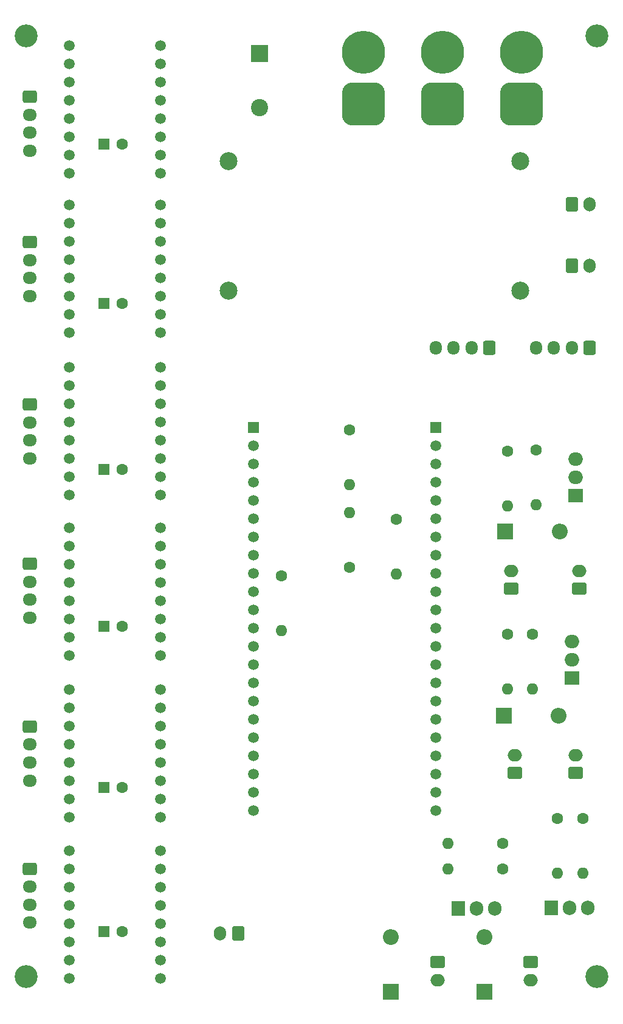
<source format=gbs>
G04 #@! TF.GenerationSoftware,KiCad,Pcbnew,8.0.8*
G04 #@! TF.CreationDate,2025-05-15T13:48:43+02:00*
G04 #@! TF.ProjectId,CdFdR,43644664-522e-46b6-9963-61645f706362,0.1*
G04 #@! TF.SameCoordinates,Original*
G04 #@! TF.FileFunction,Soldermask,Bot*
G04 #@! TF.FilePolarity,Negative*
%FSLAX46Y46*%
G04 Gerber Fmt 4.6, Leading zero omitted, Abs format (unit mm)*
G04 Created by KiCad (PCBNEW 8.0.8) date 2025-05-15 13:48:43*
%MOMM*%
%LPD*%
G01*
G04 APERTURE LIST*
G04 Aperture macros list*
%AMRoundRect*
0 Rectangle with rounded corners*
0 $1 Rounding radius*
0 $2 $3 $4 $5 $6 $7 $8 $9 X,Y pos of 4 corners*
0 Add a 4 corners polygon primitive as box body*
4,1,4,$2,$3,$4,$5,$6,$7,$8,$9,$2,$3,0*
0 Add four circle primitives for the rounded corners*
1,1,$1+$1,$2,$3*
1,1,$1+$1,$4,$5*
1,1,$1+$1,$6,$7*
1,1,$1+$1,$8,$9*
0 Add four rect primitives between the rounded corners*
20,1,$1+$1,$2,$3,$4,$5,0*
20,1,$1+$1,$4,$5,$6,$7,0*
20,1,$1+$1,$6,$7,$8,$9,0*
20,1,$1+$1,$8,$9,$2,$3,0*%
G04 Aperture macros list end*
%ADD10C,2.500000*%
%ADD11C,3.200000*%
%ADD12R,2.200000X2.200000*%
%ADD13O,2.200000X2.200000*%
%ADD14C,1.500000*%
%ADD15RoundRect,1.500000X1.500000X-1.500000X1.500000X1.500000X-1.500000X1.500000X-1.500000X-1.500000X0*%
%ADD16C,6.000000*%
%ADD17RoundRect,0.250000X-0.725000X0.600000X-0.725000X-0.600000X0.725000X-0.600000X0.725000X0.600000X0*%
%ADD18O,1.950000X1.700000*%
%ADD19RoundRect,0.250000X0.600000X0.725000X-0.600000X0.725000X-0.600000X-0.725000X0.600000X-0.725000X0*%
%ADD20O,1.700000X1.950000*%
%ADD21R,1.600000X1.600000*%
%ADD22C,1.600000*%
%ADD23O,1.600000X1.600000*%
%ADD24RoundRect,0.250000X-0.600000X-0.750000X0.600000X-0.750000X0.600000X0.750000X-0.600000X0.750000X0*%
%ADD25O,1.700000X2.000000*%
%ADD26R,2.400000X2.400000*%
%ADD27C,2.400000*%
%ADD28RoundRect,0.250000X-0.750000X0.600000X-0.750000X-0.600000X0.750000X-0.600000X0.750000X0.600000X0*%
%ADD29O,2.000000X1.700000*%
%ADD30RoundRect,0.250000X0.750000X-0.600000X0.750000X0.600000X-0.750000X0.600000X-0.750000X-0.600000X0*%
%ADD31R,2.000000X1.905000*%
%ADD32O,2.000000X1.905000*%
%ADD33R,1.905000X2.000000*%
%ADD34O,1.905000X2.000000*%
%ADD35R,1.500000X1.500000*%
%ADD36RoundRect,0.250000X0.600000X0.750000X-0.600000X0.750000X-0.600000X-0.750000X0.600000X-0.750000X0*%
G04 APERTURE END LIST*
D10*
X84180000Y-70500000D03*
X84180000Y-88500000D03*
X124820000Y-70500000D03*
X124820000Y-88500000D03*
D11*
X135500000Y-184000000D03*
D12*
X122555000Y-147690000D03*
D13*
X130175000Y-147690000D03*
D14*
X62000000Y-54380000D03*
X62000000Y-56920000D03*
X62000000Y-59460000D03*
X62000000Y-62000000D03*
X62000000Y-64540000D03*
X62000000Y-67080000D03*
X62000000Y-69620000D03*
X62000000Y-72160000D03*
X74700000Y-72160000D03*
X74700000Y-69620000D03*
X74700000Y-67080000D03*
X74700000Y-64540000D03*
X74700000Y-62000000D03*
X74700000Y-59460000D03*
X74700000Y-56920000D03*
X74700000Y-54380000D03*
D15*
X125000000Y-62500000D03*
D16*
X125000000Y-55300000D03*
D14*
X62000000Y-144050000D03*
X62000000Y-146590000D03*
X62000000Y-149130000D03*
X62000000Y-151670000D03*
X62000000Y-154210000D03*
X62000000Y-156750000D03*
X62000000Y-159290000D03*
X62000000Y-161830000D03*
X74700000Y-161830000D03*
X74700000Y-159290000D03*
X74700000Y-156750000D03*
X74700000Y-154210000D03*
X74700000Y-151670000D03*
X74700000Y-149130000D03*
X74700000Y-146590000D03*
X74700000Y-144050000D03*
D17*
X56500000Y-169000000D03*
D18*
X56500000Y-171500000D03*
X56500000Y-174000000D03*
X56500000Y-176500000D03*
D19*
X120500000Y-96500000D03*
D20*
X118000000Y-96500000D03*
X115500000Y-96500000D03*
X113000000Y-96500000D03*
D21*
X66840000Y-157710000D03*
D22*
X69340000Y-157710000D03*
X126500000Y-136380000D03*
D23*
X126500000Y-144000000D03*
D21*
X66840000Y-90280000D03*
D22*
X69340000Y-90280000D03*
D17*
X56500000Y-149210000D03*
D18*
X56500000Y-151710000D03*
X56500000Y-154210000D03*
X56500000Y-156710000D03*
D14*
X62000000Y-99160000D03*
X62000000Y-101700000D03*
X62000000Y-104240000D03*
X62000000Y-106780000D03*
X62000000Y-109320000D03*
X62000000Y-111860000D03*
X62000000Y-114400000D03*
X62000000Y-116940000D03*
X74700000Y-116940000D03*
X74700000Y-114400000D03*
X74700000Y-111860000D03*
X74700000Y-109320000D03*
X74700000Y-106780000D03*
X74700000Y-104240000D03*
X74700000Y-101700000D03*
X74700000Y-99160000D03*
D24*
X132000000Y-76500000D03*
D25*
X134500000Y-76500000D03*
D26*
X88500000Y-55500000D03*
D27*
X88500000Y-63000000D03*
D22*
X101000000Y-127070000D03*
D23*
X101000000Y-119450000D03*
D28*
X126270000Y-182000000D03*
D29*
X126270000Y-184500000D03*
D30*
X133000000Y-130000000D03*
D29*
X133000000Y-127500000D03*
D14*
X62000000Y-76580000D03*
X62000000Y-79120000D03*
X62000000Y-81660000D03*
X62000000Y-84200000D03*
X62000000Y-86740000D03*
X62000000Y-89280000D03*
X62000000Y-91820000D03*
X62000000Y-94360000D03*
X74700000Y-94360000D03*
X74700000Y-91820000D03*
X74700000Y-89280000D03*
X74700000Y-86740000D03*
X74700000Y-84200000D03*
X74700000Y-81660000D03*
X74700000Y-79120000D03*
X74700000Y-76580000D03*
D31*
X132000000Y-142460000D03*
D32*
X132000000Y-139920000D03*
X132000000Y-137380000D03*
D14*
X62000000Y-166510000D03*
X62000000Y-169050000D03*
X62000000Y-171590000D03*
X62000000Y-174130000D03*
X62000000Y-176670000D03*
X62000000Y-179210000D03*
X62000000Y-181750000D03*
X62000000Y-184290000D03*
X74700000Y-184290000D03*
X74700000Y-181750000D03*
X74700000Y-179210000D03*
X74700000Y-176670000D03*
X74700000Y-174130000D03*
X74700000Y-171590000D03*
X74700000Y-169050000D03*
X74700000Y-166510000D03*
D17*
X56500000Y-126550000D03*
D18*
X56500000Y-129050000D03*
X56500000Y-131550000D03*
X56500000Y-134050000D03*
D22*
X127000000Y-110690000D03*
D23*
X127000000Y-118310000D03*
D15*
X103000000Y-62500000D03*
D16*
X103000000Y-55300000D03*
D11*
X56000000Y-184000000D03*
D21*
X66840000Y-135250000D03*
D22*
X69340000Y-135250000D03*
D12*
X122690000Y-122000000D03*
D13*
X130310000Y-122000000D03*
D17*
X56500000Y-61500000D03*
D18*
X56500000Y-64000000D03*
X56500000Y-66500000D03*
X56500000Y-69000000D03*
D12*
X106770000Y-186120000D03*
D13*
X106770000Y-178500000D03*
D22*
X133500000Y-162000000D03*
D23*
X133500000Y-169620000D03*
D28*
X113270000Y-182000000D03*
D29*
X113270000Y-184500000D03*
D21*
X66840000Y-113360000D03*
D22*
X69340000Y-113360000D03*
X101000000Y-107880000D03*
D23*
X101000000Y-115500000D03*
D11*
X56000000Y-53000000D03*
D12*
X119770000Y-186120000D03*
D13*
X119770000Y-178500000D03*
D15*
X114000000Y-62500000D03*
D16*
X114000000Y-55300000D03*
D14*
X62000000Y-121550000D03*
X62000000Y-124090000D03*
X62000000Y-126630000D03*
X62000000Y-129170000D03*
X62000000Y-131710000D03*
X62000000Y-134250000D03*
X62000000Y-136790000D03*
X62000000Y-139330000D03*
X74700000Y-139330000D03*
X74700000Y-136790000D03*
X74700000Y-134250000D03*
X74700000Y-131710000D03*
X74700000Y-129170000D03*
X74700000Y-126630000D03*
X74700000Y-124090000D03*
X74700000Y-121550000D03*
D30*
X132530000Y-155690000D03*
D29*
X132530000Y-153190000D03*
D22*
X122310000Y-169000000D03*
D23*
X114690000Y-169000000D03*
D30*
X124030000Y-155690000D03*
D29*
X124030000Y-153190000D03*
D24*
X132000000Y-85000000D03*
D25*
X134500000Y-85000000D03*
D21*
X66840000Y-177760000D03*
D22*
X69340000Y-177760000D03*
D31*
X132500000Y-117000000D03*
D32*
X132500000Y-114460000D03*
X132500000Y-111920000D03*
D11*
X135500000Y-53000000D03*
D33*
X129150000Y-174445000D03*
D34*
X131690000Y-174445000D03*
X134230000Y-174445000D03*
D22*
X91500000Y-128190000D03*
D23*
X91500000Y-135810000D03*
D19*
X134500000Y-96500000D03*
D20*
X132000000Y-96500000D03*
X129500000Y-96500000D03*
X127000000Y-96500000D03*
D22*
X122310000Y-165500000D03*
D23*
X114690000Y-165500000D03*
D22*
X130000000Y-162000000D03*
D23*
X130000000Y-169620000D03*
D22*
X107500000Y-120380000D03*
D23*
X107500000Y-128000000D03*
D35*
X87600000Y-107600000D03*
D14*
X87600000Y-110140000D03*
X87600000Y-112680000D03*
X87600000Y-115220000D03*
X87600000Y-117760000D03*
X87600000Y-120300000D03*
X87600000Y-122840000D03*
X87600000Y-125380000D03*
X87600000Y-127920000D03*
X87600000Y-130460000D03*
X87600000Y-133000000D03*
X87600000Y-135540000D03*
X87600000Y-138080000D03*
X87600000Y-140620000D03*
X87600000Y-143160000D03*
X87600000Y-145700000D03*
X87600000Y-148240000D03*
X87600000Y-150780000D03*
X87600000Y-153320000D03*
X87600000Y-155860000D03*
X87600000Y-158400000D03*
X87600000Y-160940000D03*
X113000000Y-160940000D03*
X113000000Y-158400000D03*
X113000000Y-155860000D03*
X113000000Y-153320000D03*
X113000000Y-150780000D03*
X113000000Y-148240000D03*
X113000000Y-145700000D03*
X113000000Y-143160000D03*
X113000000Y-140620000D03*
X113000000Y-138080000D03*
X113000000Y-135540000D03*
X113000000Y-133000000D03*
X113000000Y-130460000D03*
X113000000Y-127920000D03*
X113000000Y-125380000D03*
X113000000Y-122840000D03*
X113000000Y-120300000D03*
X113000000Y-117760000D03*
X113000000Y-115220000D03*
X113000000Y-112680000D03*
X113000000Y-110140000D03*
D35*
X113000000Y-107600000D03*
D36*
X85500000Y-178000000D03*
D25*
X83000000Y-178000000D03*
D22*
X123000000Y-110880000D03*
D23*
X123000000Y-118500000D03*
D21*
X66840000Y-68080000D03*
D22*
X69340000Y-68080000D03*
D17*
X56500000Y-104360000D03*
D18*
X56500000Y-106860000D03*
X56500000Y-109360000D03*
X56500000Y-111860000D03*
D30*
X123500000Y-130000000D03*
D29*
X123500000Y-127500000D03*
D22*
X123000000Y-136380000D03*
D23*
X123000000Y-144000000D03*
D33*
X116190000Y-174500000D03*
D34*
X118730000Y-174500000D03*
X121270000Y-174500000D03*
D17*
X56500000Y-81740000D03*
D18*
X56500000Y-84240000D03*
X56500000Y-86740000D03*
X56500000Y-89240000D03*
M02*

</source>
